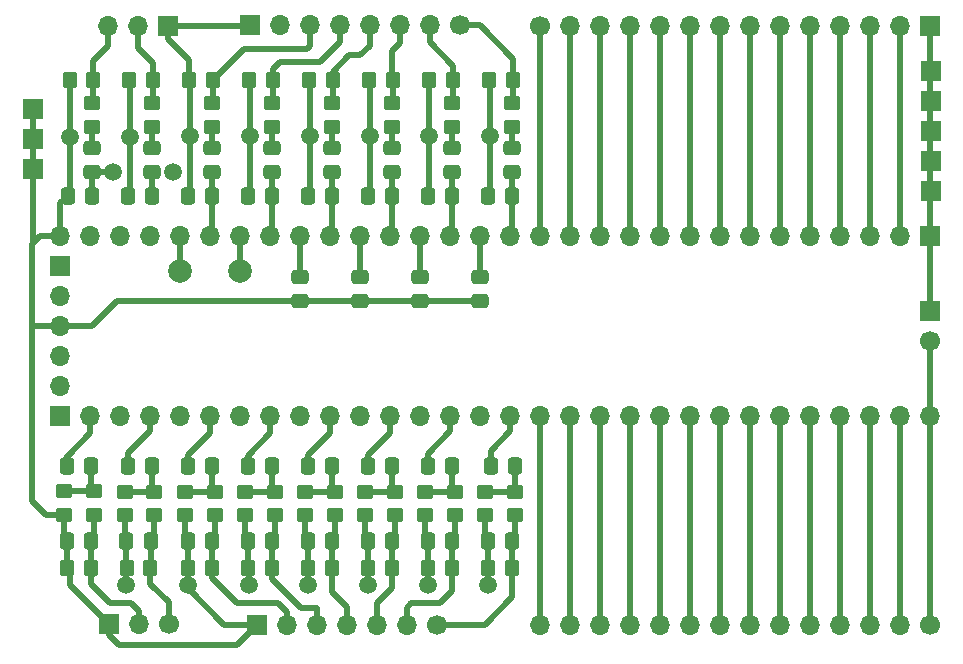
<source format=gbr>
%TF.GenerationSoftware,KiCad,Pcbnew,6.0.0*%
%TF.CreationDate,2022-01-02T16:56:47+01:00*%
%TF.ProjectId,kaugummi_motherboard,6b617567-756d-46d6-995f-6d6f74686572,rev?*%
%TF.SameCoordinates,PX328b740PY6cb8080*%
%TF.FileFunction,Copper,L1,Top*%
%TF.FilePolarity,Positive*%
%FSLAX46Y46*%
G04 Gerber Fmt 4.6, Leading zero omitted, Abs format (unit mm)*
G04 Created by KiCad (PCBNEW 6.0.0) date 2022-01-02 16:56:47*
%MOMM*%
%LPD*%
G01*
G04 APERTURE LIST*
G04 Aperture macros list*
%AMRoundRect*
0 Rectangle with rounded corners*
0 $1 Rounding radius*
0 $2 $3 $4 $5 $6 $7 $8 $9 X,Y pos of 4 corners*
0 Add a 4 corners polygon primitive as box body*
4,1,4,$2,$3,$4,$5,$6,$7,$8,$9,$2,$3,0*
0 Add four circle primitives for the rounded corners*
1,1,$1+$1,$2,$3*
1,1,$1+$1,$4,$5*
1,1,$1+$1,$6,$7*
1,1,$1+$1,$8,$9*
0 Add four rect primitives between the rounded corners*
20,1,$1+$1,$2,$3,$4,$5,0*
20,1,$1+$1,$4,$5,$6,$7,0*
20,1,$1+$1,$6,$7,$8,$9,0*
20,1,$1+$1,$8,$9,$2,$3,0*%
G04 Aperture macros list end*
%TA.AperFunction,ComponentPad*%
%ADD10R,1.700000X1.700000*%
%TD*%
%TA.AperFunction,ComponentPad*%
%ADD11O,1.700000X1.700000*%
%TD*%
%TA.AperFunction,ComponentPad*%
%ADD12C,1.700000*%
%TD*%
%TA.AperFunction,SMDPad,CuDef*%
%ADD13RoundRect,0.250000X-0.450000X0.350000X-0.450000X-0.350000X0.450000X-0.350000X0.450000X0.350000X0*%
%TD*%
%TA.AperFunction,SMDPad,CuDef*%
%ADD14RoundRect,0.250000X0.350000X0.450000X-0.350000X0.450000X-0.350000X-0.450000X0.350000X-0.450000X0*%
%TD*%
%TA.AperFunction,SMDPad,CuDef*%
%ADD15RoundRect,0.250000X-0.337500X-0.475000X0.337500X-0.475000X0.337500X0.475000X-0.337500X0.475000X0*%
%TD*%
%TA.AperFunction,SMDPad,CuDef*%
%ADD16RoundRect,0.250000X-0.475000X0.337500X-0.475000X-0.337500X0.475000X-0.337500X0.475000X0.337500X0*%
%TD*%
%TA.AperFunction,SMDPad,CuDef*%
%ADD17RoundRect,0.250000X0.337500X0.475000X-0.337500X0.475000X-0.337500X-0.475000X0.337500X-0.475000X0*%
%TD*%
%TA.AperFunction,ViaPad*%
%ADD18C,1.500000*%
%TD*%
%TA.AperFunction,ViaPad*%
%ADD19C,2.000000*%
%TD*%
%TA.AperFunction,Conductor*%
%ADD20C,0.500000*%
%TD*%
G04 APERTURE END LIST*
D10*
%TO.P,J12,1,Pin_1*%
%TO.N,GNDREF*%
X79348400Y49974400D03*
%TO.P,J12,2,Pin_2*%
X79348400Y47434400D03*
%TO.P,J12,3,Pin_3*%
X79348400Y44894400D03*
%TO.P,J12,4,Pin_4*%
X79348400Y42354400D03*
%TO.P,J12,5,Pin_5*%
X79348400Y39814400D03*
%TD*%
%TO.P,J11,1,Pin_1*%
%TO.N,GNDA*%
X3351600Y46774000D03*
%TO.P,J11,2,Pin_2*%
X3351600Y44234000D03*
%TO.P,J11,3,Pin_3*%
X3351600Y41694000D03*
%TD*%
D11*
%TO.P,J10,14,Pin_14*%
%TO.N,Net-(J4-Pad17)*%
X46303000Y3086000D03*
%TO.P,J10,13,Pin_13*%
%TO.N,Net-(J4-Pad18)*%
X48843000Y3086000D03*
%TO.P,J10,12,Pin_12*%
%TO.N,Net-(J4-Pad19)*%
X51383000Y3086000D03*
%TO.P,J10,11,Pin_11*%
%TO.N,Net-(J4-Pad20)*%
X53923000Y3086000D03*
%TO.P,J10,10,Pin_10*%
%TO.N,Net-(J4-Pad21)*%
X56463000Y3086000D03*
%TO.P,J10,9,Pin_9*%
%TO.N,Net-(J4-Pad22)*%
X59003000Y3086000D03*
%TO.P,J10,8,Pin_8*%
%TO.N,Net-(J4-Pad23)*%
X61543000Y3086000D03*
%TO.P,J10,7,Pin_7*%
%TO.N,Net-(J4-Pad24)*%
X64083000Y3086000D03*
%TO.P,J10,6,Pin_6*%
%TO.N,Net-(J4-Pad25)*%
X66623000Y3086000D03*
%TO.P,J10,5,Pin_5*%
%TO.N,Net-(J4-Pad26)*%
X69163000Y3086000D03*
%TO.P,J10,4,Pin_4*%
%TO.N,Net-(J4-Pad27)*%
X71703000Y3086000D03*
%TO.P,J10,3,Pin_3*%
%TO.N,Net-(J4-Pad28)*%
X74243000Y3086000D03*
%TO.P,J10,2,Pin_2*%
%TO.N,Net-(J4-Pad29)*%
X76783000Y3086000D03*
D12*
%TO.P,J10,1,Pin_1*%
%TO.N,VCC*%
X79323000Y3086000D03*
%TD*%
%TO.P,J9,1,Pin_1*%
%TO.N,Net-(J3-Pad14)*%
X46313000Y53759000D03*
D11*
%TO.P,J9,2,Pin_2*%
%TO.N,Net-(J3-Pad13)*%
X48853000Y53759000D03*
%TO.P,J9,3,Pin_3*%
%TO.N,Net-(J3-Pad12)*%
X51393000Y53759000D03*
%TO.P,J9,4,Pin_4*%
%TO.N,Net-(J3-Pad11)*%
X53933000Y53759000D03*
%TO.P,J9,5,Pin_5*%
%TO.N,Net-(J3-Pad10)*%
X56473000Y53759000D03*
%TO.P,J9,6,Pin_6*%
%TO.N,Net-(J3-Pad9)*%
X59013000Y53759000D03*
%TO.P,J9,7,Pin_7*%
%TO.N,Net-(J3-Pad8)*%
X61553000Y53759000D03*
%TO.P,J9,8,Pin_8*%
%TO.N,Net-(J3-Pad7)*%
X64093000Y53759000D03*
%TO.P,J9,9,Pin_9*%
%TO.N,Net-(J3-Pad6)*%
X66633000Y53759000D03*
%TO.P,J9,10,Pin_10*%
%TO.N,Net-(J3-Pad5)*%
X69173000Y53759000D03*
%TO.P,J9,11,Pin_11*%
%TO.N,Net-(J3-Pad4)*%
X71713000Y53759000D03*
%TO.P,J9,12,Pin_12*%
%TO.N,Net-(J3-Pad3)*%
X74253000Y53759000D03*
%TO.P,J9,13,Pin_13*%
%TO.N,Net-(J3-Pad2)*%
X76793000Y53759000D03*
D10*
%TO.P,J9,14,Pin_14*%
%TO.N,GNDREF*%
X79333000Y53759000D03*
%TD*%
D13*
%TO.P,R40,2*%
%TO.N,Net-(C32-Pad1)*%
X8330000Y45266000D03*
%TO.P,R40,1*%
%TO.N,/inFI_8*%
X8330000Y47266000D03*
%TD*%
%TO.P,R39,2*%
%TO.N,Net-(C31-Pad1)*%
X13410000Y45266000D03*
%TO.P,R39,1*%
%TO.N,/inFI_7*%
X13410000Y47266000D03*
%TD*%
%TO.P,R38,2*%
%TO.N,Net-(C30-Pad1)*%
X18490000Y45266000D03*
%TO.P,R38,1*%
%TO.N,/inFI_6*%
X18490000Y47266000D03*
%TD*%
%TO.P,R37,2*%
%TO.N,Net-(C29-Pad1)*%
X23570000Y45266000D03*
%TO.P,R37,1*%
%TO.N,/inFI_5*%
X23570000Y47266000D03*
%TD*%
D14*
%TO.P,R21,2*%
%TO.N,GNDA*%
X6457000Y49187000D03*
%TO.P,R21,1*%
%TO.N,/inFI_8*%
X8457000Y49187000D03*
%TD*%
%TO.P,R20,2*%
%TO.N,GNDA*%
X11521000Y49187000D03*
%TO.P,R20,1*%
%TO.N,/inFI_7*%
X13521000Y49187000D03*
%TD*%
%TO.P,R19,2*%
%TO.N,GNDA*%
X16601000Y49187000D03*
%TO.P,R19,1*%
%TO.N,/inFI_6*%
X18601000Y49187000D03*
%TD*%
%TO.P,R18,2*%
%TO.N,GNDA*%
X21681000Y49187000D03*
%TO.P,R18,1*%
%TO.N,/inFI_5*%
X23681000Y49187000D03*
%TD*%
D13*
%TO.P,R17,2*%
%TO.N,Net-(C14-Pad1)*%
X28650000Y45266000D03*
%TO.P,R17,1*%
%TO.N,/inFI_4*%
X28650000Y47266000D03*
%TD*%
%TO.P,R16,2*%
%TO.N,Net-(C13-Pad1)*%
X33730000Y45266000D03*
%TO.P,R16,1*%
%TO.N,/inFI_3*%
X33730000Y47266000D03*
%TD*%
%TO.P,R15,2*%
%TO.N,Net-(C12-Pad1)*%
X38810000Y45266000D03*
%TO.P,R15,1*%
%TO.N,/inFI_2*%
X38810000Y47266000D03*
%TD*%
%TO.P,R14,2*%
%TO.N,Net-(C11-Pad1)*%
X43890000Y45266000D03*
%TO.P,R14,1*%
%TO.N,/inFI_1*%
X43890000Y47266000D03*
%TD*%
D14*
%TO.P,R13,2*%
%TO.N,GNDA*%
X26761000Y49187000D03*
%TO.P,R13,1*%
%TO.N,/inFI_4*%
X28761000Y49187000D03*
%TD*%
%TO.P,R12,2*%
%TO.N,GNDA*%
X31841000Y49187000D03*
%TO.P,R12,1*%
%TO.N,/inFI_3*%
X33841000Y49187000D03*
%TD*%
%TO.P,R11,2*%
%TO.N,GNDA*%
X36921000Y49187000D03*
%TO.P,R11,1*%
%TO.N,/inFI_2*%
X38921000Y49187000D03*
%TD*%
%TO.P,R10,2*%
%TO.N,GNDA*%
X42001000Y49187000D03*
%TO.P,R10,1*%
%TO.N,/inFI_1*%
X44001000Y49187000D03*
%TD*%
D10*
%TO.P,J8,3,Pin_3*%
%TO.N,GNDA*%
X9752400Y3136800D03*
D11*
%TO.P,J8,2,Pin_2*%
%TO.N,/outFO_8+*%
X12292400Y3136800D03*
D12*
%TO.P,J8,1,Pin_1*%
%TO.N,/outFO_7+*%
X14832400Y3136800D03*
%TD*%
D10*
%TO.P,J7,1,Pin_1*%
%TO.N,GNDA*%
X14792000Y53759000D03*
D11*
%TO.P,J7,2,Pin_2*%
%TO.N,/inFI_7*%
X12252000Y53759000D03*
%TO.P,J7,3,Pin_3*%
%TO.N,/inFI_8*%
X9712000Y53759000D03*
%TD*%
D12*
%TO.P,J6,1,Pin_1*%
%TO.N,/outFO_1+*%
X37545000Y3112000D03*
D11*
%TO.P,J6,2,Pin_2*%
%TO.N,/outFO_2+*%
X35005000Y3112000D03*
%TO.P,J6,3,Pin_3*%
%TO.N,/outFO_3+*%
X32465000Y3112000D03*
%TO.P,J6,4,Pin_4*%
%TO.N,/outFO_4+*%
X29925000Y3112000D03*
%TO.P,J6,5,Pin_5*%
%TO.N,/outFO_5+*%
X27385000Y3112000D03*
%TO.P,J6,6,Pin_6*%
%TO.N,/outFO_6+*%
X24845000Y3112000D03*
D10*
%TO.P,J6,7,Pin_7*%
%TO.N,GNDA*%
X22305000Y3112000D03*
%TD*%
D15*
%TO.P,C36,2*%
%TO.N,/inFO_8*%
X8351500Y39408000D03*
%TO.P,C36,1*%
%TO.N,GNDA*%
X6276500Y39408000D03*
%TD*%
%TO.P,C35,1*%
%TO.N,GNDA*%
X11356500Y39408000D03*
%TO.P,C35,2*%
%TO.N,/inFO_7*%
X13431500Y39408000D03*
%TD*%
%TO.P,C34,2*%
%TO.N,/inFO_6*%
X18511500Y39408000D03*
%TO.P,C34,1*%
%TO.N,GNDA*%
X16436500Y39408000D03*
%TD*%
%TO.P,C33,2*%
%TO.N,/inFO_5*%
X23591500Y39408000D03*
%TO.P,C33,1*%
%TO.N,GNDA*%
X21516500Y39408000D03*
%TD*%
D16*
%TO.P,C32,2*%
%TO.N,/inFO_8*%
X8330000Y41418500D03*
%TO.P,C32,1*%
%TO.N,Net-(C32-Pad1)*%
X8330000Y43493500D03*
%TD*%
%TO.P,C31,2*%
%TO.N,/inFO_7*%
X13410000Y41418500D03*
%TO.P,C31,1*%
%TO.N,Net-(C31-Pad1)*%
X13410000Y43493500D03*
%TD*%
%TO.P,C30,2*%
%TO.N,/inFO_6*%
X18490000Y41418500D03*
%TO.P,C30,1*%
%TO.N,Net-(C30-Pad1)*%
X18490000Y43493500D03*
%TD*%
%TO.P,C29,2*%
%TO.N,/inFO_5*%
X23570000Y41418500D03*
%TO.P,C29,1*%
%TO.N,Net-(C29-Pad1)*%
X23570000Y43493500D03*
%TD*%
D15*
%TO.P,C18,2*%
%TO.N,/inFO_4*%
X28671500Y39408000D03*
%TO.P,C18,1*%
%TO.N,GNDA*%
X26596500Y39408000D03*
%TD*%
%TO.P,C17,2*%
%TO.N,/inFO_3*%
X33751500Y39408000D03*
%TO.P,C17,1*%
%TO.N,GNDA*%
X31676500Y39408000D03*
%TD*%
%TO.P,C16,2*%
%TO.N,/inFO_2*%
X38831500Y39408000D03*
%TO.P,C16,1*%
%TO.N,GNDA*%
X36756500Y39408000D03*
%TD*%
%TO.P,C15,2*%
%TO.N,/inFO_1*%
X43911500Y39408000D03*
%TO.P,C15,1*%
%TO.N,GNDA*%
X41836500Y39408000D03*
%TD*%
D16*
%TO.P,C14,2*%
%TO.N,/inFO_4*%
X28650000Y41418500D03*
%TO.P,C14,1*%
%TO.N,Net-(C14-Pad1)*%
X28650000Y43493500D03*
%TD*%
%TO.P,C13,2*%
%TO.N,/inFO_3*%
X33730000Y41418500D03*
%TO.P,C13,1*%
%TO.N,Net-(C13-Pad1)*%
X33730000Y43493500D03*
%TD*%
%TO.P,C12,2*%
%TO.N,/inFO_2*%
X38810000Y41418500D03*
%TO.P,C12,1*%
%TO.N,Net-(C12-Pad1)*%
X38810000Y43493500D03*
%TD*%
%TO.P,C11,2*%
%TO.N,/inFO_1*%
X43890000Y41418500D03*
%TO.P,C11,1*%
%TO.N,Net-(C11-Pad1)*%
X43890000Y43493500D03*
%TD*%
%TO.P,C8,1*%
%TO.N,Net-(C8-Pad1)*%
X36143000Y32571500D03*
%TO.P,C8,2*%
%TO.N,GNDA*%
X36143000Y30496500D03*
%TD*%
D12*
%TO.P,J1,1,Pin_1*%
%TO.N,VCC*%
X79323000Y27089000D03*
D10*
%TO.P,J1,2,Pin_2*%
%TO.N,GNDREF*%
X79323000Y29629000D03*
%TD*%
D13*
%TO.P,R25,1*%
%TO.N,Net-(C22-Pad2)*%
X21305500Y14373000D03*
%TO.P,R25,2*%
%TO.N,GNDA*%
X21305500Y12373000D03*
%TD*%
D11*
%TO.P,J3,30,Pin_30*%
%TO.N,GNDA*%
X5658000Y35979000D03*
%TO.P,J3,29,Pin_29*%
%TO.N,unconnected-(J3-Pad29)*%
X8198000Y35979000D03*
%TO.P,J3,28,Pin_28*%
%TO.N,unconnected-(J3-Pad28)*%
X10738000Y35979000D03*
%TO.P,J3,27,Pin_27*%
%TO.N,unconnected-(J3-Pad27)*%
X13278000Y35979000D03*
%TO.P,J3,26,Pin_26*%
%TO.N,/inFO_8*%
X15818000Y35979000D03*
%TO.P,J3,25,Pin_25*%
%TO.N,/inFO_6*%
X18358000Y35979000D03*
%TO.P,J3,24,Pin_24*%
%TO.N,/inFO_7*%
X20898000Y35979000D03*
%TO.P,J3,23,Pin_23*%
%TO.N,/inFO_5*%
X23438000Y35979000D03*
%TO.P,J3,22,Pin_22*%
%TO.N,Net-(C10-Pad1)*%
X25978000Y35979000D03*
%TO.P,J3,21,Pin_21*%
%TO.N,/inFO_4*%
X28518000Y35979000D03*
%TO.P,J3,20,Pin_20*%
%TO.N,Net-(C9-Pad1)*%
X31058000Y35979000D03*
%TO.P,J3,19,Pin_19*%
%TO.N,/inFO_3*%
X33598000Y35979000D03*
%TO.P,J3,18,Pin_18*%
%TO.N,Net-(C8-Pad1)*%
X36138000Y35979000D03*
%TO.P,J3,17,Pin_17*%
%TO.N,/inFO_2*%
X38678000Y35979000D03*
%TO.P,J3,16,Pin_16*%
%TO.N,Net-(C7-Pad1)*%
X41218000Y35979000D03*
%TO.P,J3,15,Pin_15*%
%TO.N,/inFO_1*%
X43758000Y35979000D03*
%TO.P,J3,14,Pin_14*%
%TO.N,Net-(J3-Pad14)*%
X46298000Y35979000D03*
%TO.P,J3,13,Pin_13*%
%TO.N,Net-(J3-Pad13)*%
X48838000Y35979000D03*
%TO.P,J3,12,Pin_12*%
%TO.N,Net-(J3-Pad12)*%
X51378000Y35979000D03*
%TO.P,J3,11,Pin_11*%
%TO.N,Net-(J3-Pad11)*%
X53918000Y35979000D03*
%TO.P,J3,10,Pin_10*%
%TO.N,Net-(J3-Pad10)*%
X56458000Y35979000D03*
%TO.P,J3,9,Pin_9*%
%TO.N,Net-(J3-Pad9)*%
X58998000Y35979000D03*
%TO.P,J3,8,Pin_8*%
%TO.N,Net-(J3-Pad8)*%
X61538000Y35979000D03*
%TO.P,J3,7,Pin_7*%
%TO.N,Net-(J3-Pad7)*%
X64078000Y35979000D03*
%TO.P,J3,6,Pin_6*%
%TO.N,Net-(J3-Pad6)*%
X66618000Y35979000D03*
%TO.P,J3,5,Pin_5*%
%TO.N,Net-(J3-Pad5)*%
X69158000Y35979000D03*
%TO.P,J3,4,Pin_4*%
%TO.N,Net-(J3-Pad4)*%
X71698000Y35979000D03*
%TO.P,J3,3,Pin_3*%
%TO.N,Net-(J3-Pad3)*%
X74238000Y35979000D03*
%TO.P,J3,2,Pin_2*%
%TO.N,Net-(J3-Pad2)*%
X76778000Y35979000D03*
D10*
%TO.P,J3,1,Pin_1*%
%TO.N,GNDREF*%
X79318000Y35979000D03*
%TD*%
D14*
%TO.P,R6,2*%
%TO.N,GNDA*%
X41895500Y7912000D03*
%TO.P,R6,1*%
%TO.N,/outFO_1+*%
X43895500Y7912000D03*
%TD*%
%TO.P,R9,1*%
%TO.N,/outFO_7+*%
X13288500Y7912000D03*
%TO.P,R9,2*%
%TO.N,GNDA*%
X11288500Y7912000D03*
%TD*%
D13*
%TO.P,R29,1*%
%TO.N,Net-(C21-Pad2)*%
X28925500Y14373000D03*
%TO.P,R29,2*%
%TO.N,/outFO_4+*%
X28925500Y12373000D03*
%TD*%
%TO.P,R5,2*%
%TO.N,/outFO_1+*%
X44165500Y12373000D03*
%TO.P,R5,1*%
%TO.N,Net-(C3-Pad2)*%
X44165500Y14373000D03*
%TD*%
D17*
%TO.P,C26,1*%
%TO.N,/outFO_4+*%
X28693000Y10198000D03*
%TO.P,C26,2*%
%TO.N,GNDA*%
X26618000Y10198000D03*
%TD*%
%TO.P,C6,1*%
%TO.N,/outFO_7+*%
X13326000Y10198000D03*
%TO.P,C6,2*%
%TO.N,GNDA*%
X11251000Y10198000D03*
%TD*%
D15*
%TO.P,C2,1*%
%TO.N,/outFI_7+*%
X11378000Y16548000D03*
%TO.P,C2,2*%
%TO.N,Net-(C2-Pad2)*%
X13453000Y16548000D03*
%TD*%
D16*
%TO.P,C7,1*%
%TO.N,Net-(C7-Pad1)*%
X41223000Y32571500D03*
%TO.P,C7,2*%
%TO.N,GNDA*%
X41223000Y30496500D03*
%TD*%
D15*
%TO.P,C21,1*%
%TO.N,/outFI_4+*%
X26618000Y16548000D03*
%TO.P,C21,2*%
%TO.N,Net-(C21-Pad2)*%
X28693000Y16548000D03*
%TD*%
D13*
%TO.P,R30,1*%
%TO.N,Net-(C22-Pad2)*%
X23845500Y14373000D03*
%TO.P,R30,2*%
%TO.N,/outFO_5+*%
X23845500Y12373000D03*
%TD*%
D16*
%TO.P,C9,1*%
%TO.N,Net-(C9-Pad1)*%
X31063000Y32571500D03*
%TO.P,C9,2*%
%TO.N,GNDA*%
X31063000Y30496500D03*
%TD*%
D14*
%TO.P,R36,1*%
%TO.N,/outFO_6+*%
X18495500Y7912000D03*
%TO.P,R36,2*%
%TO.N,GNDA*%
X16495500Y7912000D03*
%TD*%
D13*
%TO.P,R4,2*%
%TO.N,GNDA*%
X41625500Y12373000D03*
%TO.P,R4,1*%
%TO.N,Net-(C3-Pad2)*%
X41625500Y14373000D03*
%TD*%
D15*
%TO.P,C19,1*%
%TO.N,/outFI_2+*%
X36778000Y16548000D03*
%TO.P,C19,2*%
%TO.N,Net-(C19-Pad2)*%
X38853000Y16548000D03*
%TD*%
D17*
%TO.P,C28,1*%
%TO.N,/outFO_6+*%
X18533000Y10198000D03*
%TO.P,C28,2*%
%TO.N,GNDA*%
X16458000Y10198000D03*
%TD*%
%TO.P,C25,1*%
%TO.N,/outFO_3+*%
X33773000Y10198000D03*
%TO.P,C25,2*%
%TO.N,GNDA*%
X31698000Y10198000D03*
%TD*%
D13*
%TO.P,R28,1*%
%TO.N,Net-(C20-Pad2)*%
X34005500Y14373000D03*
%TO.P,R28,2*%
%TO.N,/outFO_3+*%
X34005500Y12373000D03*
%TD*%
D17*
%TO.P,C24,1*%
%TO.N,/outFO_2+*%
X38853000Y10198000D03*
%TO.P,C24,2*%
%TO.N,GNDA*%
X36778000Y10198000D03*
%TD*%
D15*
%TO.P,C1,1*%
%TO.N,/outFI_8+*%
X6190900Y16553500D03*
%TO.P,C1,2*%
%TO.N,Net-(C1-Pad2)*%
X8265900Y16553500D03*
%TD*%
D14*
%TO.P,R33,1*%
%TO.N,/outFO_3+*%
X33735500Y7912000D03*
%TO.P,R33,2*%
%TO.N,GNDA*%
X31735500Y7912000D03*
%TD*%
D13*
%TO.P,R2,1*%
%TO.N,Net-(C2-Pad2)*%
X11145500Y14373000D03*
%TO.P,R2,2*%
%TO.N,GNDA*%
X11145500Y12373000D03*
%TD*%
D15*
%TO.P,C23,1*%
%TO.N,/outFI_6+*%
X16458000Y16548000D03*
%TO.P,C23,2*%
%TO.N,Net-(C23-Pad2)*%
X18533000Y16548000D03*
%TD*%
D13*
%TO.P,R27,2*%
%TO.N,/outFO_2+*%
X39085500Y12373000D03*
%TO.P,R27,1*%
%TO.N,Net-(C19-Pad2)*%
X39085500Y14373000D03*
%TD*%
D14*
%TO.P,R34,1*%
%TO.N,/outFO_4+*%
X28655500Y7912000D03*
%TO.P,R34,2*%
%TO.N,GNDA*%
X26655500Y7912000D03*
%TD*%
D15*
%TO.P,C20,1*%
%TO.N,/outFI_3+*%
X31698000Y16548000D03*
%TO.P,C20,2*%
%TO.N,Net-(C20-Pad2)*%
X33773000Y16548000D03*
%TD*%
D13*
%TO.P,R23,1*%
%TO.N,Net-(C20-Pad2)*%
X31465500Y14373000D03*
%TO.P,R23,2*%
%TO.N,GNDA*%
X31465500Y12373000D03*
%TD*%
D17*
%TO.P,C4,2*%
%TO.N,GNDA*%
X41858000Y10198000D03*
%TO.P,C4,1*%
%TO.N,/outFO_1+*%
X43933000Y10198000D03*
%TD*%
D13*
%TO.P,R24,1*%
%TO.N,Net-(C21-Pad2)*%
X26385500Y14373000D03*
%TO.P,R24,2*%
%TO.N,GNDA*%
X26385500Y12373000D03*
%TD*%
D10*
%TO.P,J5,1,Pin_1*%
%TO.N,unconnected-(J5-Pad1)*%
X5663000Y33439000D03*
D11*
%TO.P,J5,2,Pin_2*%
%TO.N,unconnected-(J5-Pad2)*%
X5663000Y30899000D03*
%TO.P,J5,3,Pin_3*%
%TO.N,GNDA*%
X5663000Y28359000D03*
%TO.P,J5,4,Pin_4*%
%TO.N,unconnected-(J5-Pad4)*%
X5663000Y25819000D03*
%TO.P,J5,5,Pin_5*%
%TO.N,unconnected-(J5-Pad5)*%
X5663000Y23279000D03*
%TD*%
D13*
%TO.P,R31,1*%
%TO.N,Net-(C23-Pad2)*%
X18765500Y14373000D03*
%TO.P,R31,2*%
%TO.N,/outFO_6+*%
X18765500Y12373000D03*
%TD*%
D14*
%TO.P,R32,1*%
%TO.N,/outFO_2+*%
X38815500Y7912000D03*
%TO.P,R32,2*%
%TO.N,GNDA*%
X36815500Y7912000D03*
%TD*%
D17*
%TO.P,C5,1*%
%TO.N,/outFO_8+*%
X8265900Y10203500D03*
%TO.P,C5,2*%
%TO.N,GNDA*%
X6190900Y10203500D03*
%TD*%
D13*
%TO.P,R22,1*%
%TO.N,Net-(C19-Pad2)*%
X36545500Y14373000D03*
%TO.P,R22,2*%
%TO.N,GNDA*%
X36545500Y12373000D03*
%TD*%
D16*
%TO.P,C10,1*%
%TO.N,Net-(C10-Pad1)*%
X25983000Y32571500D03*
%TO.P,C10,2*%
%TO.N,GNDA*%
X25983000Y30496500D03*
%TD*%
D15*
%TO.P,C3,2*%
%TO.N,Net-(C3-Pad2)*%
X44165500Y16548000D03*
%TO.P,C3,1*%
%TO.N,/outFI_1+*%
X42090500Y16548000D03*
%TD*%
D17*
%TO.P,C27,1*%
%TO.N,/outFO_5+*%
X23613000Y10198000D03*
%TO.P,C27,2*%
%TO.N,GNDA*%
X21538000Y10198000D03*
%TD*%
D12*
%TO.P,J2,1,Pin_1*%
%TO.N,/inFI_1*%
X39470400Y53835200D03*
D11*
%TO.P,J2,2,Pin_2*%
%TO.N,/inFI_2*%
X36930400Y53835200D03*
%TO.P,J2,3,Pin_3*%
%TO.N,/inFI_3*%
X34390400Y53835200D03*
%TO.P,J2,4,Pin_4*%
%TO.N,/inFI_4*%
X31850400Y53835200D03*
%TO.P,J2,5,Pin_5*%
%TO.N,/inFI_5*%
X29310400Y53835200D03*
%TO.P,J2,6,Pin_6*%
%TO.N,/inFI_6*%
X26770400Y53835200D03*
%TO.P,J2,7,Pin_7*%
%TO.N,unconnected-(J2-Pad7)*%
X24230400Y53835200D03*
D10*
%TO.P,J2,8,Pin_8*%
%TO.N,GNDA*%
X21690400Y53835200D03*
%TD*%
D13*
%TO.P,R3,1*%
%TO.N,Net-(C1-Pad2)*%
X8498400Y14378500D03*
%TO.P,R3,2*%
%TO.N,/outFO_8+*%
X8498400Y12378500D03*
%TD*%
%TO.P,R1,1*%
%TO.N,Net-(C1-Pad2)*%
X5958400Y14378500D03*
%TO.P,R1,2*%
%TO.N,GNDA*%
X5958400Y12378500D03*
%TD*%
D14*
%TO.P,R35,1*%
%TO.N,/outFO_5+*%
X23575500Y7912000D03*
%TO.P,R35,2*%
%TO.N,GNDA*%
X21575500Y7912000D03*
%TD*%
D15*
%TO.P,C22,1*%
%TO.N,/outFI_5+*%
X21538000Y16548000D03*
%TO.P,C22,2*%
%TO.N,Net-(C22-Pad2)*%
X23613000Y16548000D03*
%TD*%
D13*
%TO.P,R26,1*%
%TO.N,Net-(C23-Pad2)*%
X16225500Y14373000D03*
%TO.P,R26,2*%
%TO.N,GNDA*%
X16225500Y12373000D03*
%TD*%
%TO.P,R7,1*%
%TO.N,Net-(C2-Pad2)*%
X13558500Y14373000D03*
%TO.P,R7,2*%
%TO.N,/outFO_7+*%
X13558500Y12373000D03*
%TD*%
D10*
%TO.P,J4,1,Pin_1*%
%TO.N,/outFI_8-*%
X5663000Y20739000D03*
D11*
%TO.P,J4,2,Pin_2*%
%TO.N,/outFI_8+*%
X8203000Y20739000D03*
%TO.P,J4,3,Pin_3*%
%TO.N,/outFI_7-*%
X10743000Y20739000D03*
%TO.P,J4,4,Pin_4*%
%TO.N,/outFI_7+*%
X13283000Y20739000D03*
%TO.P,J4,5,Pin_5*%
%TO.N,/outFI_6-*%
X15823000Y20739000D03*
%TO.P,J4,6,Pin_6*%
%TO.N,/outFI_6+*%
X18363000Y20739000D03*
%TO.P,J4,7,Pin_7*%
%TO.N,/outFI_5-*%
X20903000Y20739000D03*
%TO.P,J4,8,Pin_8*%
%TO.N,/outFI_5+*%
X23443000Y20739000D03*
%TO.P,J4,9,Pin_9*%
%TO.N,/outFI_4-*%
X25983000Y20739000D03*
%TO.P,J4,10,Pin_10*%
%TO.N,/outFI_4+*%
X28523000Y20739000D03*
%TO.P,J4,11,Pin_11*%
%TO.N,/outFI_3-*%
X31063000Y20739000D03*
%TO.P,J4,12,Pin_12*%
%TO.N,/outFI_3+*%
X33603000Y20739000D03*
%TO.P,J4,13,Pin_13*%
%TO.N,/outFI_2-*%
X36143000Y20739000D03*
%TO.P,J4,14,Pin_14*%
%TO.N,/outFI_2+*%
X38683000Y20739000D03*
%TO.P,J4,15,Pin_15*%
%TO.N,/outFI_1-*%
X41223000Y20739000D03*
%TO.P,J4,16,Pin_16*%
%TO.N,/outFI_1+*%
X43763000Y20739000D03*
%TO.P,J4,17,Pin_17*%
%TO.N,Net-(J4-Pad17)*%
X46303000Y20739000D03*
%TO.P,J4,18,Pin_18*%
%TO.N,Net-(J4-Pad18)*%
X48843000Y20739000D03*
%TO.P,J4,19,Pin_19*%
%TO.N,Net-(J4-Pad19)*%
X51383000Y20739000D03*
%TO.P,J4,20,Pin_20*%
%TO.N,Net-(J4-Pad20)*%
X53923000Y20739000D03*
%TO.P,J4,21,Pin_21*%
%TO.N,Net-(J4-Pad21)*%
X56463000Y20739000D03*
%TO.P,J4,22,Pin_22*%
%TO.N,Net-(J4-Pad22)*%
X59003000Y20739000D03*
%TO.P,J4,23,Pin_23*%
%TO.N,Net-(J4-Pad23)*%
X61543000Y20739000D03*
%TO.P,J4,24,Pin_24*%
%TO.N,Net-(J4-Pad24)*%
X64083000Y20739000D03*
%TO.P,J4,25,Pin_25*%
%TO.N,Net-(J4-Pad25)*%
X66623000Y20739000D03*
%TO.P,J4,26,Pin_26*%
%TO.N,Net-(J4-Pad26)*%
X69163000Y20739000D03*
%TO.P,J4,27,Pin_27*%
%TO.N,Net-(J4-Pad27)*%
X71703000Y20739000D03*
%TO.P,J4,28,Pin_28*%
%TO.N,Net-(J4-Pad28)*%
X74243000Y20739000D03*
%TO.P,J4,29,Pin_29*%
%TO.N,Net-(J4-Pad29)*%
X76783000Y20739000D03*
%TO.P,J4,30,Pin_30*%
%TO.N,VCC*%
X79323000Y20739000D03*
%TD*%
D14*
%TO.P,R8,1*%
%TO.N,/outFO_8+*%
X8228400Y7917500D03*
%TO.P,R8,2*%
%TO.N,GNDA*%
X6228400Y7917500D03*
%TD*%
D18*
%TO.N,GNDA*%
X42061200Y44488000D03*
X36879600Y44440203D03*
X31850400Y44437200D03*
X26770400Y44437200D03*
X21741200Y44437200D03*
X16661200Y44437200D03*
X11530400Y44402520D03*
X6450400Y44386400D03*
X11262000Y6431000D03*
X16469000Y6431000D03*
X21676000Y6431000D03*
X26629000Y6431000D03*
X31709000Y6431000D03*
X36789000Y6431000D03*
X41869000Y6431000D03*
%TO.N,/inFO_8*%
X10108000Y41389200D03*
%TO.N,/inFO_7*%
X15188000Y41389200D03*
D19*
%TO.N,/inFO_8*%
X15823000Y33058000D03*
%TO.N,/inFO_7*%
X20903000Y33058000D03*
%TD*%
D20*
%TO.N,/outFO_2+*%
X38815500Y7912000D02*
X38815500Y5917500D01*
X38815500Y5917500D02*
X37805000Y4907000D01*
X37805000Y4907000D02*
X35398600Y4907000D01*
X35398600Y4907000D02*
X35005000Y4513400D01*
X35005000Y4513400D02*
X35005000Y3112000D01*
%TO.N,/outFO_3+*%
X32725000Y5161000D02*
X32465000Y4901000D01*
X32465000Y4901000D02*
X32465000Y3112000D01*
X33735500Y7912000D02*
X33735500Y6171500D01*
X33735500Y6171500D02*
X32727800Y5163800D01*
%TO.N,/outFO_5+*%
X23575500Y7912000D02*
X23575500Y6941300D01*
X23575500Y6941300D02*
X25195600Y5321200D01*
X25195600Y5321200D02*
X25198800Y5321200D01*
X25198800Y5321200D02*
X26006600Y4513400D01*
X26006600Y4513400D02*
X27385000Y4513400D01*
X27385000Y4513400D02*
X27385000Y3112000D01*
%TO.N,/outFO_6+*%
X18495500Y7912000D02*
X18495500Y7071500D01*
X18495500Y7071500D02*
X20660000Y4907000D01*
X20660000Y4907000D02*
X24136600Y4907000D01*
X24845000Y4198600D02*
X24845000Y3112000D01*
X24136600Y4907000D02*
X24845000Y4198600D01*
%TO.N,/outFO_8+*%
X11643000Y4907000D02*
X9865000Y4907000D01*
X12292400Y3136800D02*
X12292400Y4257600D01*
X12292400Y4257600D02*
X11643000Y4907000D01*
X9865000Y4907000D02*
X8228400Y6543600D01*
X8228400Y6543600D02*
X8228400Y7917500D01*
X8335500Y7449300D02*
X8335500Y7198500D01*
%TO.N,/outFO_1+*%
X43895500Y7912000D02*
X43895500Y5409500D01*
X43895500Y5409500D02*
X41598000Y3112000D01*
X41598000Y3112000D02*
X37545000Y3112000D01*
%TO.N,GNDA*%
X41869000Y6431000D02*
X41869000Y7885500D01*
X41869000Y7885500D02*
X41895500Y7912000D01*
X36789000Y6431000D02*
X36789000Y7885500D01*
X36789000Y7885500D02*
X36815500Y7912000D01*
X31709000Y6431000D02*
X31709000Y7885500D01*
X31709000Y7885500D02*
X31735500Y7912000D01*
X26629000Y6431000D02*
X26629000Y7885500D01*
X26629000Y7885500D02*
X26655500Y7912000D01*
X21676000Y6431000D02*
X21676000Y7811500D01*
X21676000Y7811500D02*
X21575500Y7912000D01*
X16458000Y6184800D02*
X16458000Y6823000D01*
X16458000Y6823000D02*
X16458000Y7874500D01*
X16850000Y6431000D02*
X16458000Y6823000D01*
X11262000Y6431000D02*
X11262000Y7885500D01*
X11262000Y7885500D02*
X11288500Y7912000D01*
X3351600Y46774000D02*
X3351600Y44234000D01*
X3351600Y41694000D02*
X3351600Y44234000D01*
X3351600Y41694000D02*
X3351600Y35394800D01*
X3351600Y35394800D02*
X3300800Y35344000D01*
%TO.N,/inFO_4*%
X28671500Y39408000D02*
X28671500Y36132500D01*
X28671500Y36132500D02*
X28518000Y35979000D01*
%TO.N,GNDA*%
X16661200Y44437200D02*
X16661200Y39632700D01*
X16661200Y39632700D02*
X16436500Y39408000D01*
X11530400Y44402520D02*
X11530400Y39581900D01*
X11530400Y39581900D02*
X11356500Y39408000D01*
%TO.N,/inFO_8*%
X8330000Y41418500D02*
X10078700Y41418500D01*
X10078700Y41418500D02*
X10108000Y41389200D01*
%TO.N,GNDA*%
X21741200Y44437200D02*
X21741200Y39632700D01*
X21741200Y39632700D02*
X21516500Y39408000D01*
X26770400Y44437200D02*
X26770400Y39581900D01*
X26770400Y39581900D02*
X26596500Y39408000D01*
X31850400Y44437200D02*
X31850400Y39581900D01*
X31850400Y39581900D02*
X31676500Y39408000D01*
X36879600Y44440203D02*
X36879600Y39531100D01*
X36879600Y39531100D02*
X36756500Y39408000D01*
X42061200Y44488000D02*
X42061200Y39632700D01*
X42061200Y39632700D02*
X41836500Y39408000D01*
X42061200Y44488000D02*
X42061200Y49126800D01*
X42061200Y49126800D02*
X42001000Y49187000D01*
X36879600Y44440203D02*
X36879600Y49145600D01*
X36879600Y49145600D02*
X36921000Y49187000D01*
X31850400Y44437200D02*
X31850400Y49177600D01*
X31850400Y49177600D02*
X31841000Y49187000D01*
X26770400Y44437200D02*
X26770400Y49177600D01*
X26770400Y49177600D02*
X26761000Y49187000D01*
X21741200Y44437200D02*
X21741200Y49126800D01*
X21741200Y49126800D02*
X21681000Y49187000D01*
X16661200Y44437200D02*
X16661200Y49126800D01*
X16661200Y49126800D02*
X16601000Y49187000D01*
X11530400Y44402520D02*
X11530400Y49177600D01*
X11530400Y49177600D02*
X11521000Y49187000D01*
X6450400Y44386400D02*
X6450400Y39581900D01*
X6450400Y39581900D02*
X6276500Y39408000D01*
X6450400Y44386400D02*
X6450400Y49180400D01*
X6450400Y49180400D02*
X6457000Y49187000D01*
X14792000Y53759000D02*
X21614200Y53759000D01*
X21614200Y53759000D02*
X21690400Y53835200D01*
X14792000Y53759000D02*
X14792000Y52707200D01*
X14792000Y52707200D02*
X16601000Y50898200D01*
X16601000Y50898200D02*
X16601000Y49187000D01*
X16444700Y7861200D02*
X16495500Y7912000D01*
X41844700Y7861200D02*
X41895500Y7912000D01*
X19530800Y3112000D02*
X16458000Y6184800D01*
X22305000Y3112000D02*
X19530800Y3112000D01*
X16458000Y7874500D02*
X16495500Y7912000D01*
X9752400Y3136800D02*
X9752400Y2222400D01*
X9752400Y2222400D02*
X10616000Y1358800D01*
X22305000Y3040200D02*
X22305000Y3112000D01*
X10616000Y1358800D02*
X20623600Y1358800D01*
X20623600Y1358800D02*
X22305000Y3040200D01*
X3300800Y13550800D02*
X3300800Y28333600D01*
X3300800Y28333600D02*
X3300800Y35344000D01*
X5663000Y28359000D02*
X3326200Y28359000D01*
X3326200Y28359000D02*
X3300800Y28333600D01*
X6065500Y12373000D02*
X4478600Y12373000D01*
X4478600Y12373000D02*
X3300800Y13550800D01*
X3300800Y35344000D02*
X3935800Y35979000D01*
X3935800Y35979000D02*
X5658000Y35979000D01*
X9752400Y3136800D02*
X6450400Y6438800D01*
X6450400Y6438800D02*
X6450400Y7797100D01*
X6343300Y7802600D02*
X6228400Y7917500D01*
%TO.N,/outFO_4+*%
X28655500Y7912000D02*
X28655500Y5874500D01*
X28655500Y5874500D02*
X29925000Y4605000D01*
X29925000Y4605000D02*
X29925000Y3112000D01*
%TO.N,/outFO_7+*%
X13288500Y6560300D02*
X14832400Y5016400D01*
X14832400Y5016400D02*
X14832400Y3136800D01*
X13288500Y7912000D02*
X13288500Y6560300D01*
%TO.N,GNDA*%
X6190900Y10203500D02*
X6190900Y7955000D01*
X6190900Y7955000D02*
X6228400Y7917500D01*
X5958400Y12378500D02*
X5958400Y10436000D01*
X5958400Y10436000D02*
X6190900Y10203500D01*
%TO.N,/outFO_8+*%
X8265900Y10203500D02*
X8265900Y7955000D01*
X8265900Y7955000D02*
X8228400Y7917500D01*
X8498400Y12378500D02*
X8498400Y10436000D01*
X8498400Y10436000D02*
X8265900Y10203500D01*
%TO.N,GNDA*%
X11251000Y10198000D02*
X11251000Y7949500D01*
X11251000Y7949500D02*
X11288500Y7912000D01*
X11145500Y12373000D02*
X11145500Y10303500D01*
X11145500Y10303500D02*
X11251000Y10198000D01*
%TO.N,/outFO_7+*%
X13326000Y10198000D02*
X13326000Y7949500D01*
X13326000Y7949500D02*
X13288500Y7912000D01*
X13558500Y12373000D02*
X13558500Y10430500D01*
X13558500Y10430500D02*
X13326000Y10198000D01*
%TO.N,GNDA*%
X16458000Y10198000D02*
X16458000Y7949500D01*
X16458000Y7949500D02*
X16495500Y7912000D01*
X16225500Y12373000D02*
X16225500Y10430500D01*
X16225500Y10430500D02*
X16458000Y10198000D01*
%TO.N,/outFO_6+*%
X18533000Y10198000D02*
X18533000Y7949500D01*
X18533000Y7949500D02*
X18495500Y7912000D01*
X18765500Y12373000D02*
X18765500Y10430500D01*
X18765500Y10430500D02*
X18533000Y10198000D01*
%TO.N,GNDA*%
X21538000Y10198000D02*
X21538000Y7949500D01*
X21538000Y7949500D02*
X21575500Y7912000D01*
X21305500Y12373000D02*
X21305500Y10430500D01*
X21305500Y10430500D02*
X21538000Y10198000D01*
%TO.N,/outFO_5+*%
X23613000Y10198000D02*
X23613000Y7949500D01*
X23613000Y7949500D02*
X23575500Y7912000D01*
X23845500Y12373000D02*
X23845500Y10430500D01*
X23845500Y10430500D02*
X23613000Y10198000D01*
%TO.N,GNDA*%
X26618000Y10198000D02*
X26618000Y7949500D01*
X26618000Y7949500D02*
X26655500Y7912000D01*
X26385500Y12373000D02*
X26385500Y10430500D01*
X26385500Y10430500D02*
X26618000Y10198000D01*
%TO.N,/outFO_4+*%
X28693000Y10198000D02*
X28693000Y7949500D01*
X28693000Y7949500D02*
X28655500Y7912000D01*
X28925500Y12373000D02*
X28925500Y10430500D01*
X28925500Y10430500D02*
X28693000Y10198000D01*
%TO.N,GNDA*%
X31698000Y10198000D02*
X31698000Y7949500D01*
X31698000Y7949500D02*
X31735500Y7912000D01*
X31465500Y12373000D02*
X31465500Y10430500D01*
X31465500Y10430500D02*
X31698000Y10198000D01*
%TO.N,/outFO_3+*%
X33773000Y10198000D02*
X33773000Y7949500D01*
X33773000Y7949500D02*
X33735500Y7912000D01*
X34005500Y12373000D02*
X34005500Y10430500D01*
X34005500Y10430500D02*
X33773000Y10198000D01*
%TO.N,GNDA*%
X36778000Y10198000D02*
X36778000Y7949500D01*
X36778000Y7949500D02*
X36815500Y7912000D01*
X36545500Y12373000D02*
X36545500Y10430500D01*
X36545500Y10430500D02*
X36778000Y10198000D01*
%TO.N,/outFO_2+*%
X38853000Y10198000D02*
X38853000Y7949500D01*
X38853000Y7949500D02*
X38815500Y7912000D01*
X39085500Y12373000D02*
X39085500Y10430500D01*
X39085500Y10430500D02*
X38853000Y10198000D01*
%TO.N,GNDA*%
X41858000Y10198000D02*
X41858000Y7949500D01*
X41858000Y7949500D02*
X41895500Y7912000D01*
X41625500Y12373000D02*
X41625500Y10430500D01*
X41625500Y10430500D02*
X41858000Y10198000D01*
%TO.N,/outFO_1+*%
X43933000Y10198000D02*
X43933000Y7949500D01*
X43933000Y7949500D02*
X43895500Y7912000D01*
X44165500Y12373000D02*
X44165500Y10430500D01*
X44165500Y10430500D02*
X43933000Y10198000D01*
%TO.N,Net-(C3-Pad2)*%
X44165500Y14373000D02*
X41625500Y14373000D01*
X44165500Y16548000D02*
X44165500Y14373000D01*
%TO.N,Net-(C19-Pad2)*%
X39085500Y14373000D02*
X36545500Y14373000D01*
X38853000Y16548000D02*
X38853000Y14605500D01*
X38853000Y14605500D02*
X39085500Y14373000D01*
%TO.N,Net-(C20-Pad2)*%
X34005500Y14373000D02*
X31465500Y14373000D01*
X33773000Y16548000D02*
X33773000Y14605500D01*
X33773000Y14605500D02*
X34005500Y14373000D01*
%TO.N,Net-(C21-Pad2)*%
X28925500Y14373000D02*
X26385500Y14373000D01*
X28693000Y16548000D02*
X28693000Y14605500D01*
X28693000Y14605500D02*
X28925500Y14373000D01*
%TO.N,Net-(C22-Pad2)*%
X23845500Y14373000D02*
X21305500Y14373000D01*
X23613000Y16548000D02*
X23613000Y14605500D01*
X23613000Y14605500D02*
X23845500Y14373000D01*
%TO.N,Net-(C23-Pad2)*%
X18765500Y14373000D02*
X16225500Y14373000D01*
X18533000Y16548000D02*
X18533000Y14605500D01*
X18533000Y14605500D02*
X18765500Y14373000D01*
%TO.N,Net-(C2-Pad2)*%
X13558500Y14373000D02*
X11145500Y14373000D01*
X13453000Y16548000D02*
X13453000Y14478500D01*
X13453000Y14478500D02*
X13558500Y14373000D01*
%TO.N,Net-(C1-Pad2)*%
X8498400Y14378500D02*
X5958400Y14378500D01*
X8265900Y16553500D02*
X8265900Y14611000D01*
X8265900Y14611000D02*
X8498400Y14378500D01*
%TO.N,/outFI_1+*%
X43763000Y20739000D02*
X43763000Y19469000D01*
X43763000Y19469000D02*
X42090500Y17796500D01*
X42090500Y17796500D02*
X42090500Y16548000D01*
%TO.N,/outFI_2+*%
X38683000Y20739000D02*
X38683000Y19469000D01*
X38683000Y19469000D02*
X36778000Y17564000D01*
X36778000Y17564000D02*
X36778000Y16548000D01*
%TO.N,/outFI_3+*%
X33603000Y20739000D02*
X33603000Y19367400D01*
X33603000Y19367400D02*
X31698000Y17462400D01*
X31698000Y17462400D02*
X31698000Y16548000D01*
%TO.N,/outFI_4+*%
X28523000Y20739000D02*
X28523000Y19367400D01*
X28523000Y19367400D02*
X26618000Y17462400D01*
X26618000Y17462400D02*
X26618000Y16548000D01*
%TO.N,/outFI_5+*%
X23443000Y20739000D02*
X23443000Y19316600D01*
X23443000Y19316600D02*
X21538000Y17411600D01*
X21538000Y17411600D02*
X21538000Y16548000D01*
%TO.N,/outFI_6+*%
X18363000Y20739000D02*
X18363000Y19367400D01*
X18363000Y19367400D02*
X16458000Y17462400D01*
X16458000Y17462400D02*
X16458000Y16548000D01*
%TO.N,/outFI_7+*%
X13283000Y20739000D02*
X13283000Y19519800D01*
X13283000Y19519800D02*
X11378000Y17614800D01*
X11378000Y17614800D02*
X11378000Y16548000D01*
%TO.N,/outFI_8+*%
X8203000Y20739000D02*
X8203000Y19316600D01*
X8203000Y19316600D02*
X6298000Y17411600D01*
X6190900Y17417100D02*
X6190900Y16553500D01*
%TO.N,GNDA*%
X5658000Y35979000D02*
X5658000Y38789500D01*
X5658000Y38789500D02*
X6276500Y39408000D01*
%TO.N,/inFI_7*%
X13521000Y50625400D02*
X12241600Y51904800D01*
X13521000Y49187000D02*
X13521000Y50625400D01*
X12241600Y51904800D02*
X12252000Y51915200D01*
X12252000Y51915200D02*
X12252000Y53759000D01*
%TO.N,/inFI_8*%
X8457000Y49187000D02*
X8457000Y50812600D01*
X8457000Y50812600D02*
X9712000Y52067600D01*
X9712000Y52067600D02*
X9712000Y53759000D01*
%TO.N,/inFI_6*%
X26770400Y53835200D02*
X26770400Y52057200D01*
X26770400Y52057200D02*
X26516400Y51803200D01*
X26516400Y51803200D02*
X21217200Y51803200D01*
X21217200Y51803200D02*
X18601000Y49187000D01*
%TO.N,/inFI_5*%
X29310400Y53835200D02*
X29310400Y52412800D01*
X29310400Y52412800D02*
X27634000Y50736400D01*
X24281200Y50736400D02*
X23681000Y50136200D01*
X27634000Y50736400D02*
X24281200Y50736400D01*
X23681000Y50136200D02*
X23681000Y49187000D01*
%TO.N,/inFI_4*%
X31850400Y53835200D02*
X31850400Y52108000D01*
X31037600Y51295200D02*
X30123200Y51295200D01*
X31850400Y52108000D02*
X31037600Y51295200D01*
X30123200Y51295200D02*
X28761000Y49933000D01*
X28761000Y49933000D02*
X28761000Y49187000D01*
%TO.N,/inFI_3*%
X34390400Y52362000D02*
X33730000Y51701600D01*
X34390400Y53835200D02*
X34390400Y52362000D01*
X33730000Y51701600D02*
X33730000Y49298000D01*
X33730000Y49298000D02*
X33841000Y49187000D01*
%TO.N,/inFI_2*%
X36930400Y53835200D02*
X36930400Y52412800D01*
X36930400Y52412800D02*
X38921000Y50422200D01*
X38921000Y50422200D02*
X38921000Y49187000D01*
%TO.N,/inFI_1*%
X44001000Y51031800D02*
X41197600Y53835200D01*
X44001000Y49187000D02*
X44001000Y51031800D01*
X41197600Y53835200D02*
X39470400Y53835200D01*
%TO.N,Net-(J4-Pad17)*%
X46303000Y20739000D02*
X46303000Y3086000D01*
%TO.N,Net-(J4-Pad18)*%
X48843000Y3086000D02*
X48843000Y20739000D01*
%TO.N,Net-(J4-Pad19)*%
X51383000Y20739000D02*
X51383000Y3086000D01*
%TO.N,Net-(J4-Pad20)*%
X53923000Y3086000D02*
X53923000Y20739000D01*
%TO.N,Net-(J4-Pad21)*%
X56463000Y20739000D02*
X56463000Y3086000D01*
%TO.N,Net-(J4-Pad22)*%
X59003000Y3086000D02*
X59003000Y20739000D01*
%TO.N,Net-(J4-Pad23)*%
X61543000Y20739000D02*
X61543000Y3086000D01*
%TO.N,Net-(J4-Pad24)*%
X64083000Y3086000D02*
X64083000Y20739000D01*
%TO.N,Net-(J4-Pad25)*%
X66623000Y20739000D02*
X66623000Y3086000D01*
%TO.N,Net-(J4-Pad26)*%
X69163000Y20739000D02*
X69163000Y3086000D01*
%TO.N,Net-(J4-Pad27)*%
X71703000Y3086000D02*
X71703000Y20739000D01*
%TO.N,Net-(J4-Pad28)*%
X74243000Y20739000D02*
X74243000Y3086000D01*
%TO.N,Net-(J4-Pad29)*%
X76783000Y20739000D02*
X76783000Y3086000D01*
%TO.N,VCC*%
X79323000Y20739000D02*
X79323000Y3086000D01*
%TO.N,Net-(J3-Pad14)*%
X46313000Y53759000D02*
X46313000Y35994000D01*
X46313000Y35994000D02*
X46298000Y35979000D01*
%TO.N,Net-(J3-Pad13)*%
X48838000Y35979000D02*
X48838000Y53744000D01*
X48838000Y53744000D02*
X48853000Y53759000D01*
%TO.N,Net-(J3-Pad12)*%
X51393000Y53759000D02*
X51393000Y35994000D01*
X51393000Y35994000D02*
X51378000Y35979000D01*
%TO.N,Net-(J3-Pad11)*%
X53918000Y35979000D02*
X53918000Y53744000D01*
X53918000Y53744000D02*
X53933000Y53759000D01*
%TO.N,Net-(J3-Pad10)*%
X56473000Y53759000D02*
X56473000Y35994000D01*
X56473000Y35994000D02*
X56458000Y35979000D01*
%TO.N,Net-(J3-Pad9)*%
X58998000Y35979000D02*
X58998000Y53744000D01*
X58998000Y53744000D02*
X59013000Y53759000D01*
%TO.N,Net-(J3-Pad8)*%
X61553000Y53759000D02*
X61553000Y35994000D01*
X61553000Y35994000D02*
X61538000Y35979000D01*
%TO.N,Net-(J3-Pad7)*%
X64078000Y35979000D02*
X64078000Y53744000D01*
X64078000Y53744000D02*
X64093000Y53759000D01*
%TO.N,Net-(J3-Pad6)*%
X66633000Y53759000D02*
X66633000Y35994000D01*
X66633000Y35994000D02*
X66618000Y35979000D01*
%TO.N,Net-(J3-Pad5)*%
X69158000Y35979000D02*
X69158000Y53744000D01*
X69158000Y53744000D02*
X69173000Y53759000D01*
%TO.N,Net-(J3-Pad4)*%
X71713000Y53759000D02*
X71713000Y35994000D01*
X71713000Y35994000D02*
X71698000Y35979000D01*
%TO.N,Net-(J3-Pad3)*%
X74253000Y53759000D02*
X74253000Y35994000D01*
X74253000Y35994000D02*
X74238000Y35979000D01*
%TO.N,Net-(J3-Pad2)*%
X76793000Y53622000D02*
X76910000Y53505000D01*
X76793000Y53759000D02*
X76793000Y53622000D01*
X76910000Y53505000D02*
X76778000Y53373000D01*
X76778000Y53373000D02*
X76778000Y35979000D01*
%TO.N,GNDREF*%
X79333000Y53759000D02*
X79333000Y35994000D01*
X79333000Y35994000D02*
X79318000Y35979000D01*
%TO.N,VCC*%
X79323000Y27089000D02*
X79323000Y20739000D01*
%TO.N,GNDREF*%
X79318000Y35979000D02*
X79318000Y29634000D01*
X79318000Y29634000D02*
X79323000Y29629000D01*
%TO.N,/inFI_8*%
X8457000Y49187000D02*
X8457000Y47393000D01*
X8457000Y47393000D02*
X8330000Y47266000D01*
%TO.N,/inFI_7*%
X13521000Y49187000D02*
X13521000Y47377000D01*
X13521000Y47377000D02*
X13410000Y47266000D01*
%TO.N,/inFI_6*%
X18601000Y49187000D02*
X18601000Y47377000D01*
X18601000Y47377000D02*
X18490000Y47266000D01*
%TO.N,/inFI_5*%
X23681000Y49187000D02*
X23681000Y47377000D01*
X23681000Y47377000D02*
X23570000Y47266000D01*
%TO.N,/inFI_4*%
X28761000Y49187000D02*
X28761000Y47377000D01*
X28761000Y47377000D02*
X28650000Y47266000D01*
%TO.N,/inFI_3*%
X33841000Y49187000D02*
X33841000Y47377000D01*
X33841000Y47377000D02*
X33730000Y47266000D01*
%TO.N,/inFI_2*%
X38921000Y49187000D02*
X38921000Y47377000D01*
X38921000Y47377000D02*
X38810000Y47266000D01*
%TO.N,/inFI_1*%
X44001000Y49187000D02*
X44001000Y47377000D01*
X44001000Y47377000D02*
X43890000Y47266000D01*
%TO.N,Net-(C32-Pad1)*%
X8330000Y45266000D02*
X8330000Y43493500D01*
%TO.N,Net-(C31-Pad1)*%
X13410000Y45266000D02*
X13410000Y43493500D01*
%TO.N,Net-(C30-Pad1)*%
X18490000Y45266000D02*
X18490000Y43493500D01*
%TO.N,Net-(C29-Pad1)*%
X23570000Y45266000D02*
X23570000Y43493500D01*
%TO.N,Net-(C14-Pad1)*%
X28650000Y45266000D02*
X28650000Y43493500D01*
%TO.N,Net-(C13-Pad1)*%
X33730000Y45266000D02*
X33730000Y43493500D01*
%TO.N,Net-(C12-Pad1)*%
X38810000Y45266000D02*
X38810000Y43493500D01*
%TO.N,Net-(C11-Pad1)*%
X43890000Y45266000D02*
X43890000Y43493500D01*
%TO.N,/inFO_8*%
X8330000Y41418500D02*
X8330000Y39429500D01*
X8330000Y39429500D02*
X8351500Y39408000D01*
%TO.N,/inFO_7*%
X13410000Y41418500D02*
X13410000Y39429500D01*
X13410000Y39429500D02*
X13431500Y39408000D01*
%TO.N,/inFO_6*%
X18490000Y41418500D02*
X18490000Y39429500D01*
X18490000Y39429500D02*
X18511500Y39408000D01*
%TO.N,/inFO_5*%
X23570000Y41418500D02*
X23570000Y39429500D01*
X23570000Y39429500D02*
X23591500Y39408000D01*
%TO.N,/inFO_4*%
X28650000Y41418500D02*
X28650000Y39429500D01*
X28650000Y39429500D02*
X28671500Y39408000D01*
%TO.N,/inFO_3*%
X33730000Y41418500D02*
X33730000Y39429500D01*
X33730000Y39429500D02*
X33751500Y39408000D01*
%TO.N,/inFO_2*%
X38810000Y41418500D02*
X38810000Y39429500D01*
X38810000Y39429500D02*
X38831500Y39408000D01*
%TO.N,/inFO_1*%
X43890000Y41418500D02*
X43890000Y39429500D01*
X43890000Y39429500D02*
X43911500Y39408000D01*
%TO.N,/inFO_6*%
X18511500Y39408000D02*
X18511500Y36132500D01*
X18511500Y36132500D02*
X18358000Y35979000D01*
%TO.N,/inFO_5*%
X23591500Y39408000D02*
X23591500Y36132500D01*
X23591500Y36132500D02*
X23438000Y35979000D01*
%TO.N,/inFO_3*%
X33751500Y39408000D02*
X33751500Y36132500D01*
X33751500Y36132500D02*
X33598000Y35979000D01*
%TO.N,/inFO_2*%
X38831500Y39408000D02*
X38831500Y36132500D01*
X38831500Y36132500D02*
X38678000Y35979000D01*
%TO.N,/inFO_1*%
X43911500Y39408000D02*
X43911500Y36132500D01*
X43911500Y36132500D02*
X43758000Y35979000D01*
%TO.N,/inFO_8*%
X15818000Y35979000D02*
X15818000Y33063000D01*
X15818000Y33063000D02*
X15823000Y33058000D01*
%TO.N,/inFO_7*%
X20898000Y35979000D02*
X20898000Y33063000D01*
X20898000Y33063000D02*
X20903000Y33058000D01*
%TO.N,GNDA*%
X25983000Y30496500D02*
X10467500Y30496500D01*
X10467500Y30496500D02*
X8330000Y28359000D01*
X8330000Y28359000D02*
X5663000Y28359000D01*
X31063000Y30496500D02*
X25983000Y30496500D01*
X36143000Y30496500D02*
X31063000Y30496500D01*
X41223000Y30496500D02*
X36143000Y30496500D01*
%TO.N,Net-(C10-Pad1)*%
X25978000Y35979000D02*
X25978000Y32576500D01*
X25978000Y32576500D02*
X25983000Y32571500D01*
%TO.N,Net-(C9-Pad1)*%
X31058000Y35979000D02*
X31058000Y32576500D01*
X31058000Y32576500D02*
X31063000Y32571500D01*
%TO.N,Net-(C8-Pad1)*%
X36138000Y35979000D02*
X36138000Y32576500D01*
X36138000Y32576500D02*
X36143000Y32571500D01*
%TO.N,Net-(C7-Pad1)*%
X41218000Y35979000D02*
X41218000Y32576500D01*
X41218000Y32576500D02*
X41223000Y32571500D01*
%TD*%
M02*

</source>
